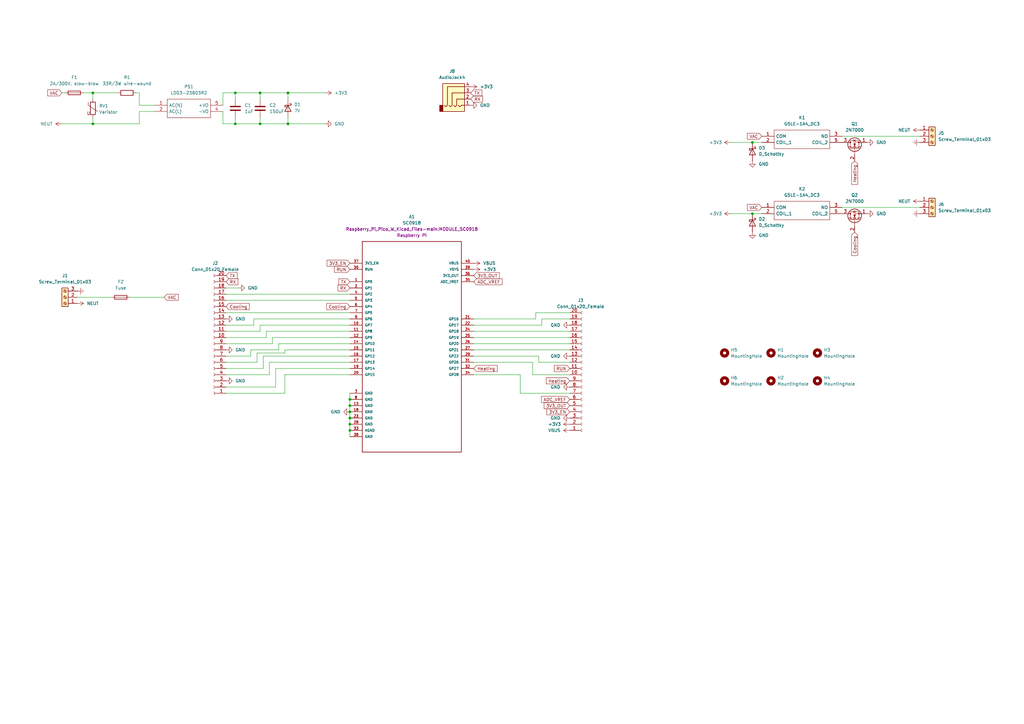
<source format=kicad_sch>
(kicad_sch (version 20211123) (generator eeschema)
  (paper "A3")
  (lib_symbols
    (symbol "54-00174:54-00174"
      (property "Reference" "J" (at 0 8.89 0))
      (property "Value" "54-00174" (at 0 6.35 0))
      (symbol "54-00174_0_1"
        (rectangle (start -6.35 -5.08) (end -7.62 -7.62) (stroke (width 0.254)) (fill (type outline)))
        (polyline (pts (xy 0 -5.08) (xy 0.635 -5.715) (xy 1.27 -5.08) (xy 2.54 -5.08)) (stroke (width 0.254)))
        (polyline (pts (xy -5.715 -5.08) (xy -5.08 -5.715) (xy -4.445 -5.08) (xy -4.445 2.54) (xy 2.54 2.54)) (stroke (width 0.254)))
        (polyline (pts (xy -1.905 -5.08) (xy -1.27 -5.715) (xy -0.635 -5.08) (xy -0.635 -2.54) (xy 2.54 -2.54)) (stroke (width 0.254)))
        (polyline (pts (xy 2.54 0) (xy -2.54 0) (xy -2.54 -5.08) (xy -3.175 -5.715) (xy -3.81 -5.08)) (stroke (width 0.254)))
        (rectangle (start 2.54 3.81) (end -6.35 -7.62) (stroke (width 0.254)) (fill (type background)))
      )
      (symbol "54-00174_1_1"
        (pin passive line (at 5.08 -5.08 180) (length 2.54) (name "~") (number "1"))
        (pin passive line (at 5.08 -2.54 180) (length 2.54) (name "~") (number "2"))
        (pin passive line (at 5.08 0 180) (length 2.54) (name "~") (number "3"))
        (pin passive line (at 5.08 2.54 180) (length 2.54) (name "~") (number "4"))
      )
    )
    (symbol "Connector:Conn_01x20_Female" (pin_names (offset 1.016) hide)
      (property "Reference" "J" (at 0 25.4 0))
      (property "Value" "Conn_01x20_Female" (at 0 -27.94 0))
      (symbol "Conn_01x20_Female_1_1"
        (arc (start 0 -24.892) (mid -0.508 -25.4) (end 0 -25.908) (stroke (width 0.1524)))
        (arc (start 0 -22.352) (mid -0.508 -22.86) (end 0 -23.368) (stroke (width 0.1524)))
        (arc (start 0 -19.812) (mid -0.508 -20.32) (end 0 -20.828) (stroke (width 0.1524)))
        (arc (start 0 -17.272) (mid -0.508 -17.78) (end 0 -18.288) (stroke (width 0.1524)))
        (arc (start 0 -14.732) (mid -0.508 -15.24) (end 0 -15.748) (stroke (width 0.1524)))
        (arc (start 0 -12.192) (mid -0.508 -12.7) (end 0 -13.208) (stroke (width 0.1524)))
        (arc (start 0 -9.652) (mid -0.508 -10.16) (end 0 -10.668) (stroke (width 0.1524)))
        (arc (start 0 -7.112) (mid -0.508 -7.62) (end 0 -8.128) (stroke (width 0.1524)))
        (arc (start 0 -4.572) (mid -0.508 -5.08) (end 0 -5.588) (stroke (width 0.1524)))
        (arc (start 0 -2.032) (mid -0.508 -2.54) (end 0 -3.048) (stroke (width 0.1524)))
        (polyline (pts (xy -1.27 -25.4) (xy -0.508 -25.4)) (stroke (width 0.1524)))
        (polyline (pts (xy -1.27 -22.86) (xy -0.508 -22.86)) (stroke (width 0.1524)))
        (polyline (pts (xy -1.27 -20.32) (xy -0.508 -20.32)) (stroke (width 0.1524)))
        (polyline (pts (xy -1.27 -17.78) (xy -0.508 -17.78)) (stroke (width 0.1524)))
        (polyline (pts (xy -1.27 -15.24) (xy -0.508 -15.24)) (stroke (width 0.1524)))
        (polyline (pts (xy -1.27 -12.7) (xy -0.508 -12.7)) (stroke (width 0.1524)))
        (polyline (pts (xy -1.27 -10.16) (xy -0.508 -10.16)) (stroke (width 0.1524)))
        (polyline (pts (xy -1.27 -7.62) (xy -0.508 -7.62)) (stroke (width 0.1524)))
        (polyline (pts (xy -1.27 -5.08) (xy -0.508 -5.08)) (stroke (width 0.1524)))
        (polyline (pts (xy -1.27 -2.54) (xy -0.508 -2.54)) (stroke (width 0.1524)))
        (polyline (pts (xy -1.27 0) (xy -0.508 0)) (stroke (width 0.1524)))
        (polyline (pts (xy -1.27 2.54) (xy -0.508 2.54)) (stroke (width 0.1524)))
        (polyline (pts (xy -1.27 5.08) (xy -0.508 5.08)) (stroke (width 0.1524)))
        (polyline (pts (xy -1.27 7.62) (xy -0.508 7.62)) (stroke (width 0.1524)))
        (polyline (pts (xy -1.27 10.16) (xy -0.508 10.16)) (stroke (width 0.1524)))
        (polyline (pts (xy -1.27 12.7) (xy -0.508 12.7)) (stroke (width 0.1524)))
        (polyline (pts (xy -1.27 15.24) (xy -0.508 15.24)) (stroke (width 0.1524)))
        (polyline (pts (xy -1.27 17.78) (xy -0.508 17.78)) (stroke (width 0.1524)))
        (polyline (pts (xy -1.27 20.32) (xy -0.508 20.32)) (stroke (width 0.1524)))
        (polyline (pts (xy -1.27 22.86) (xy -0.508 22.86)) (stroke (width 0.1524)))
        (arc (start 0 0.508) (mid -0.508 0) (end 0 -0.508) (stroke (width 0.1524)))
        (arc (start 0 3.048) (mid -0.508 2.54) (end 0 2.032) (stroke (width 0.1524)))
        (arc (start 0 5.588) (mid -0.508 5.08) (end 0 4.572) (stroke (width 0.1524)))
        (arc (start 0 8.128) (mid -0.508 7.62) (end 0 7.112) (stroke (width 0.1524)))
        (arc (start 0 10.668) (mid -0.508 10.16) (end 0 9.652) (stroke (width 0.1524)))
        (arc (start 0 13.208) (mid -0.508 12.7) (end 0 12.192) (stroke (width 0.1524)))
        (arc (start 0 15.748) (mid -0.508 15.24) (end 0 14.732) (stroke (width 0.1524)))
        (arc (start 0 18.288) (mid -0.508 17.78) (end 0 17.272) (stroke (width 0.1524)))
        (arc (start 0 20.828) (mid -0.508 20.32) (end 0 19.812) (stroke (width 0.1524)))
        (arc (start 0 23.368) (mid -0.508 22.86) (end 0 22.352) (stroke (width 0.1524)))
        (pin passive line (at -5.08 22.86 0) (length 3.81) (name "Pin_1") (number "1"))
        (pin passive line (at -5.08 0 0) (length 3.81) (name "Pin_10") (number "10"))
        (pin passive line (at -5.08 -2.54 0) (length 3.81) (name "Pin_11") (number "11"))
        (pin passive line (at -5.08 -5.08 0) (length 3.81) (name "Pin_12") (number "12"))
        (pin passive line (at -5.08 -7.62 0) (length 3.81) (name "Pin_13") (number "13"))
        (pin passive line (at -5.08 -10.16 0) (length 3.81) (name "Pin_14") (number "14"))
        (pin passive line (at -5.08 -12.7 0) (length 3.81) (name "Pin_15") (number "15"))
        (pin passive line (at -5.08 -15.24 0) (length 3.81) (name "Pin_16") (number "16"))
        (pin passive line (at -5.08 -17.78 0) (length 3.81) (name "Pin_17") (number "17"))
        (pin passive line (at -5.08 -20.32 0) (length 3.81) (name "Pin_18") (number "18"))
        (pin passive line (at -5.08 -22.86 0) (length 3.81) (name "Pin_19") (number "19"))
        (pin passive line (at -5.08 20.32 0) (length 3.81) (name "Pin_2") (number "2"))
        (pin passive line (at -5.08 -25.4 0) (length 3.81) (name "Pin_20") (number "20"))
        (pin passive line (at -5.08 17.78 0) (length 3.81) (name "Pin_3") (number "3"))
        (pin passive line (at -5.08 15.24 0) (length 3.81) (name "Pin_4") (number "4"))
        (pin passive line (at -5.08 12.7 0) (length 3.81) (name "Pin_5") (number "5"))
        (pin passive line (at -5.08 10.16 0) (length 3.81) (name "Pin_6") (number "6"))
        (pin passive line (at -5.08 7.62 0) (length 3.81) (name "Pin_7") (number "7"))
        (pin passive line (at -5.08 5.08 0) (length 3.81) (name "Pin_8") (number "8"))
        (pin passive line (at -5.08 2.54 0) (length 3.81) (name "Pin_9") (number "9"))
      )
    )
    (symbol "Connector:Screw_Terminal_01x03" (pin_names (offset 1.016) hide)
      (property "Reference" "J" (at 0 5.08 0))
      (property "Value" "Screw_Terminal_01x03" (at 0 -5.08 0))
      (symbol "Screw_Terminal_01x03_1_1"
        (rectangle (start -1.27 3.81) (end 1.27 -3.81) (stroke (width 0.254)) (fill (type background)))
        (circle (center 0 -2.54) (radius 0.635) (stroke (width 0.1524)))
        (polyline (pts (xy -0.5334 -2.2098) (xy 0.3302 -3.048)) (stroke (width 0.1524)))
        (polyline (pts (xy -0.5334 0.3302) (xy 0.3302 -0.508)) (stroke (width 0.1524)))
        (polyline (pts (xy -0.5334 2.8702) (xy 0.3302 2.032)) (stroke (width 0.1524)))
        (polyline (pts (xy -0.3556 -2.032) (xy 0.508 -2.8702)) (stroke (width 0.1524)))
        (polyline (pts (xy -0.3556 0.508) (xy 0.508 -0.3302)) (stroke (width 0.1524)))
        (polyline (pts (xy -0.3556 3.048) (xy 0.508 2.2098)) (stroke (width 0.1524)))
        (circle (center 0 0) (radius 0.635) (stroke (width 0.1524)))
        (circle (center 0 2.54) (radius 0.635) (stroke (width 0.1524)))
        (pin passive line (at -5.08 2.54 0) (length 3.81) (name "Pin_1") (number "1"))
        (pin passive line (at -5.08 0 0) (length 3.81) (name "Pin_2") (number "2"))
        (pin passive line (at -5.08 -2.54 0) (length 3.81) (name "Pin_3") (number "3"))
      )
    )
    (symbol "Device:C" (pin_numbers hide) (pin_names (offset 0.254))
      (property "Reference" "C" (at 0.635 2.54 0))
      (property "Value" "C" (at 0.635 -2.54 0))
      (symbol "C_0_1"
        (polyline (pts (xy -2.032 -0.762) (xy 2.032 -0.762)) (stroke (width 0.508)))
        (polyline (pts (xy -2.032 0.762) (xy 2.032 0.762)) (stroke (width 0.508)))
      )
      (symbol "C_1_1"
        (pin passive line (at 0 3.81 270) (length 2.794) (name "~") (number "1"))
        (pin passive line (at 0 -3.81 90) (length 2.794) (name "~") (number "2"))
      )
    )
    (symbol "Device:D_Schottky" (pin_numbers hide) (pin_names (offset 1.016) hide)
      (property "Reference" "D" (at 0 2.54 0))
      (property "Value" "D_Schottky" (at 0 -2.54 0))
      (symbol "D_Schottky_0_1"
        (polyline (pts (xy 1.27 0) (xy -1.27 0)))
        (polyline (pts (xy 1.27 1.27) (xy 1.27 -1.27) (xy -1.27 0) (xy 1.27 1.27)) (stroke (width 0.254)))
        (polyline (pts (xy -1.905 0.635) (xy -1.905 1.27) (xy -1.27 1.27) (xy -1.27 -1.27) (xy -0.635 -1.27) (xy -0.635 -0.635)) (stroke (width 0.254)))
      )
      (symbol "D_Schottky_1_1"
        (pin passive line (at -3.81 0 0) (length 2.54) (name "K") (number "1"))
        (pin passive line (at 3.81 0 180) (length 2.54) (name "A") (number "2"))
      )
    )
    (symbol "Device:Fuse" (pin_numbers hide) (pin_names (offset 0))
      (property "Reference" "F" (at 2.032 0 90))
      (property "Value" "Fuse" (at -1.905 0 90))
      (symbol "Fuse_0_1"
        (rectangle (start -0.762 -2.54) (end 0.762 2.54) (stroke (width 0.254)))
        (polyline (pts (xy 0 2.54) (xy 0 -2.54)))
      )
      (symbol "Fuse_1_1"
        (pin passive line (at 0 3.81 270) (length 1.27) (name "~") (number "1"))
        (pin passive line (at 0 -3.81 90) (length 1.27) (name "~") (number "2"))
      )
    )
    (symbol "Device:R" (pin_numbers hide) (pin_names (offset 0))
      (property "Reference" "R" (at 2.032 0 90))
      (property "Value" "R" (at 0 0 90))
      (symbol "R_0_1"
        (rectangle (start -1.016 -2.54) (end 1.016 2.54) (stroke (width 0.254)))
      )
      (symbol "R_1_1"
        (pin passive line (at 0 3.81 270) (length 1.27) (name "~") (number "1"))
        (pin passive line (at 0 -3.81 90) (length 1.27) (name "~") (number "2"))
      )
    )
    (symbol "Device:Varistor" (pin_numbers hide) (pin_names (offset 0))
      (property "Reference" "RV" (at 3.175 0 90))
      (property "Value" "Varistor" (at -3.175 0 90))
      (symbol "Varistor_0_0"
        (text "U" (at -1.778 -2.032 0) (effects (font (size 1.27 1.27))))
      )
      (symbol "Varistor_0_1"
        (rectangle (start -1.016 -2.54) (end 1.016 2.54) (stroke (width 0.254)))
        (polyline (pts (xy -1.905 2.54) (xy -1.905 1.27) (xy 1.905 -1.27)))
      )
      (symbol "Varistor_1_1"
        (pin passive line (at 0 3.81 270) (length 1.27) (name "~") (number "1"))
        (pin passive line (at 0 -3.81 90) (length 1.27) (name "~") (number "2"))
      )
    )
    (symbol "G5LE-1A4_DC3:G5LE-1A4_DC3" (pin_names (offset 0.762))
      (property "Reference" "K" (at 29.21 7.62 0))
      (property "Value" "G5LE-1A4_DC3" (at 29.21 5.08 0))
      (symbol "G5LE-1A4_DC3_0_0"
        (pin passive line (at 0 0 0) (length 5.08) (name "COM") (number "1"))
        (pin passive line (at 0 -2.54 0) (length 5.08) (name "COIL_1") (number "2"))
        (pin passive line (at 33.02 0 180) (length 5.08) (name "NO") (number "3"))
        (pin passive line (at 33.02 -2.54 180) (length 5.08) (name "COIL_2") (number "5"))
      )
      (symbol "G5LE-1A4_DC3_0_1"
        (polyline (pts (xy 5.08 2.54) (xy 27.94 2.54) (xy 27.94 -5.08) (xy 5.08 -5.08) (xy 5.08 2.54)) (stroke (width 0.1524)))
      )
    )
    (symbol "LD03-23B03R2:LD03-23B03R2" (pin_names (offset 0.762))
      (property "Reference" "PS" (at 24.13 7.62 0))
      (property "Value" "LD03-23B03R2" (at 24.13 5.08 0))
      (symbol "LD03-23B03R2_0_0"
        (pin passive line (at 0 0 0) (length 5.08) (name "AC(N)") (number "1"))
        (pin passive line (at 0 -2.54 0) (length 5.08) (name "AC(L)") (number "2"))
        (pin passive line (at 27.94 -2.54 180) (length 5.08) (name "-VO") (number "4"))
        (pin passive line (at 27.94 0 180) (length 5.08) (name "+VO") (number "5"))
      )
      (symbol "LD03-23B03R2_0_1"
        (polyline (pts (xy 5.08 2.54) (xy 22.86 2.54) (xy 22.86 -5.08) (xy 5.08 -5.08) (xy 5.08 2.54)) (stroke (width 0.1524)))
      )
    )
    (symbol "Mechanical:MountingHole" (pin_names (offset 1.016))
      (property "Reference" "H" (at 0 5.08 0))
      (property "Value" "MountingHole" (at 0 3.175 0))
      (symbol "MountingHole_0_1"
        (circle (center 0 0) (radius 1.27) (stroke (width 1.27)))
      )
    )
    (symbol "Raspberry_Pi_Pico_W_SC0918:SC0918" (pin_names (offset 1.016))
      (property "Reference" "A1" (at 0 58.42 0))
      (property "Value" "SC0918" (at 0 55.88 0))
      (property "Footprint" "Raspberry Pi:MODULE_SC0918" (at -12.7 -46.99 0))
      (property "manufacturer" "Raspberry Pi" (at 0 53.34 0))
      (symbol "SC0918_0_0"
        (rectangle (start -20.32 -43.18) (end 20.32 43.18) (stroke (width 0.254)))
        (pin bidirectional line (at -25.4 26.67 0) (length 5.08) (name "GP0") (number "1"))
        (pin bidirectional line (at -25.4 8.89 0) (length 5.08) (name "GP7") (number "10"))
        (pin bidirectional line (at -25.4 6.35 0) (length 5.08) (name "GP8") (number "11"))
        (pin bidirectional line (at -25.4 3.81 0) (length 5.08) (name "GP9") (number "12"))
        (pin power_in line (at -25.4 -24.13 0) (length 5.08) (name "GND") (number "13"))
        (pin bidirectional line (at -25.4 1.27 0) (length 5.08) (name "GP10") (number "14"))
        (pin bidirectional line (at -25.4 -1.27 0) (length 5.08) (name "GP11") (number "15"))
        (pin bidirectional line (at -25.4 -3.81 0) (length 5.08) (name "GP12") (number "16"))
        (pin bidirectional line (at -25.4 -6.35 0) (length 5.08) (name "GP13") (number "17"))
        (pin power_in line (at -25.4 -26.67 0) (length 5.08) (name "GND") (number "18"))
        (pin bidirectional line (at -25.4 -8.89 0) (length 5.08) (name "GP14") (number "19"))
        (pin bidirectional line (at -25.4 24.13 0) (length 5.08) (name "GP1") (number "2"))
        (pin bidirectional line (at -25.4 -11.43 0) (length 5.08) (name "GP15") (number "20"))
        (pin bidirectional line (at 25.4 11.43 180) (length 5.08) (name "GP16") (number "21"))
        (pin bidirectional line (at 25.4 8.89 180) (length 5.08) (name "GP17") (number "22"))
        (pin power_in line (at -25.4 -29.21 0) (length 5.08) (name "GND") (number "23"))
        (pin bidirectional line (at 25.4 6.35 180) (length 5.08) (name "GP18") (number "24"))
        (pin bidirectional line (at 25.4 3.81 180) (length 5.08) (name "GP19") (number "25"))
        (pin bidirectional line (at 25.4 1.27 180) (length 5.08) (name "GP20") (number "26"))
        (pin bidirectional line (at 25.4 -1.27 180) (length 5.08) (name "GP21") (number "27"))
        (pin power_in line (at -25.4 -31.75 0) (length 5.08) (name "GND") (number "28"))
        (pin bidirectional line (at 25.4 -3.81 180) (length 5.08) (name "GP22") (number "29"))
        (pin power_in line (at -25.4 -19.05 0) (length 5.08) (name "GND") (number "3"))
        (pin input line (at -25.4 31.75 0) (length 5.08) (name "RUN") (number "30"))
        (pin bidirectional line (at 25.4 -6.35 180) (length 5.08) (name "GP26") (number "31"))
        (pin bidirectional line (at 25.4 -8.89 180) (length 5.08) (name "GP27") (number "32"))
        (pin power_in line (at -25.4 -34.29 0) (length 5.08) (name "AGND") (number "33"))
        (pin bidirectional line (at 25.4 -11.43 180) (length 5.08) (name "GP28") (number "34"))
        (pin power_in line (at 25.4 26.67 180) (length 5.08) (name "ADC_VREF") (number "35"))
        (pin power_in line (at 25.4 29.21 180) (length 5.08) (name "3V3_OUT") (number "36"))
        (pin input line (at -25.4 34.29 0) (length 5.08) (name "3V3_EN") (number "37"))
        (pin power_in line (at -25.4 -36.83 0) (length 5.08) (name "GND") (number "38"))
        (pin free line (at 25.4 31.75 180) (length 5.08) (name "VSYS") (number "39"))
        (pin bidirectional line (at -25.4 21.59 0) (length 5.08) (name "GP2") (number "4"))
        (pin free line (at 25.4 34.29 180) (length 5.08) (name "VBUS") (number "40"))
        (pin bidirectional line (at -25.4 19.05 0) (length 5.08) (name "GP3") (number "5"))
        (pin bidirectional line (at -25.4 16.51 0) (length 5.08) (name "GP4") (number "6"))
        (pin bidirectional line (at -25.4 13.97 0) (length 5.08) (name "GP5") (number "7"))
        (pin power_in line (at -25.4 -21.59 0) (length 5.08) (name "GND") (number "8"))
        (pin bidirectional line (at -25.4 11.43 0) (length 5.08) (name "GP6") (number "9"))
      )
    )
    (symbol "Transistor_FET:2N7000" (pin_names hide)
      (property "Reference" "Q" (at 5.08 1.905 0))
      (property "Value" "2N7000" (at 5.08 0 0))
      (symbol "2N7000_0_1"
        (polyline (pts (xy 0.254 0) (xy -2.54 0)))
        (polyline (pts (xy 0.254 1.905) (xy 0.254 -1.905)) (stroke (width 0.254)))
        (polyline (pts (xy 0.762 -1.27) (xy 0.762 -2.286)) (stroke (width 0.254)))
        (polyline (pts (xy 0.762 0.508) (xy 0.762 -0.508)) (stroke (width 0.254)))
        (polyline (pts (xy 0.762 2.286) (xy 0.762 1.27)) (stroke (width 0.254)))
        (polyline (pts (xy 2.54 2.54) (xy 2.54 1.778)))
        (polyline (pts (xy 2.54 -2.54) (xy 2.54 0) (xy 0.762 0)))
        (polyline (pts (xy 0.762 -1.778) (xy 3.302 -1.778) (xy 3.302 1.778) (xy 0.762 1.778)))
        (polyline (pts (xy 1.016 0) (xy 2.032 0.381) (xy 2.032 -0.381) (xy 1.016 0)) (fill (type outline)))
        (polyline (pts (xy 2.794 0.508) (xy 2.921 0.381) (xy 3.683 0.381) (xy 3.81 0.254)))
        (polyline (pts (xy 3.302 0.381) (xy 2.921 -0.254) (xy 3.683 -0.254) (xy 3.302 0.381)))
        (circle (center 1.651 0) (radius 2.794) (stroke (width 0.254)))
        (circle (center 2.54 -1.778) (radius 0.254) (fill (type outline)))
        (circle (center 2.54 1.778) (radius 0.254) (fill (type outline)))
      )
      (symbol "2N7000_1_1"
        (pin passive line (at 2.54 -5.08 90) (length 2.54) (name "S") (number "1"))
        (pin input line (at -5.08 0 0) (length 2.54) (name "G") (number "2"))
        (pin passive line (at 2.54 5.08 270) (length 2.54) (name "D") (number "3"))
      )
    )
    (symbol "power:+3V3" (power) (pin_names (offset 0))
      (property "Value" "+3V3" (at 0 3.556 0))
      (symbol "+3V3_0_1"
        (polyline (pts (xy -0.762 1.27) (xy 0 2.54)))
        (polyline (pts (xy 0 0) (xy 0 2.54)))
        (polyline (pts (xy 0 2.54) (xy 0.762 1.27)))
      )
      (symbol "+3V3_1_1"
        (pin power_in line (at 0 0 90) (length 0) hide (name "+3V3") (number "1"))
      )
    )
    (symbol "power:Earth" (power) (pin_names (offset 0))
      (symbol "Earth_0_1"
        (polyline (pts (xy -0.635 -1.905) (xy 0.635 -1.905)))
        (polyline (pts (xy -0.127 -2.54) (xy 0.127 -2.54)))
        (polyline (pts (xy 0 -1.27) (xy 0 0)))
        (polyline (pts (xy 1.27 -1.27) (xy -1.27 -1.27)))
      )
      (symbol "Earth_1_1"
        (pin power_in line (at 0 0 270) (length 0) hide (name "Earth") (number "1"))
      )
    )
    (symbol "power:GND" (power) (pin_names (offset 0))
      (property "Value" "GND" (at 0 -3.81 0))
      (symbol "GND_0_1"
        (polyline (pts (xy 0 0) (xy 0 -1.27) (xy 1.27 -1.27) (xy 0 -2.54) (xy -1.27 -1.27) (xy 0 -1.27)))
      )
      (symbol "GND_1_1"
        (pin power_in line (at 0 0 270) (length 0) hide (name "GND") (number "1"))
      )
    )
    (symbol "power:NEUT" (power) (pin_names (offset 0))
      (property "Value" "NEUT" (at 0 3.81 0))
      (symbol "NEUT_0_1"
        (polyline (pts (xy -0.762 1.27) (xy 0 2.54)))
        (polyline (pts (xy 0 0) (xy 0 2.54)))
        (polyline (pts (xy 0 2.54) (xy 0.762 1.27)))
      )
      (symbol "NEUT_1_1"
        (pin power_in line (at 0 0 90) (length 0) hide (name "NEUT") (number "1"))
      )
    )
    (symbol "power:VBUS" (power) (pin_names (offset 0))
      (property "Value" "VBUS" (at 0 3.81 0))
      (symbol "VBUS_0_1"
        (polyline (pts (xy -0.762 1.27) (xy 0 2.54)))
        (polyline (pts (xy 0 0) (xy 0 2.54)))
        (polyline (pts (xy 0 2.54) (xy 0.762 1.27)))
      )
      (symbol "VBUS_1_1"
        (pin power_in line (at 0 0 90) (length 0) hide (name "VBUS") (number "1"))
      )
    )
  )
  (junction (at 96.52 50.8))
  (junction (at 106.68 38.1))
  (junction (at 143.51 163.83))
  (junction (at 143.51 171.45))
  (junction (at 143.51 168.91))
  (junction (at 143.51 173.99))
  (junction (at 96.52 38.1))
  (junction (at 143.51 166.37))
  (junction (at 118.11 38.1))
  (junction (at 118.11 50.8))
  (junction (at 38.1 38.1))
  (junction (at 143.51 176.53))
  (junction (at 38.1 50.8))
  (junction (at 106.68 50.8))
  (junction (at 308.61 87.63))
  (junction (at 308.61 58.42))
  (wire (pts (xy 106.68 50.8) (xy 118.11 50.8)))
  (wire (pts (xy 116.84 144.78) (xy 105.41 144.78)))
  (wire (pts (xy 96.52 50.8) (xy 106.68 50.8)))
  (wire (pts (xy 45.72 121.92) (xy 31.75 121.92)))
  (wire (pts (xy 92.71 128.27) (xy 143.51 128.27)))
  (wire (pts (xy 143.51 173.99) (xy 143.51 176.53)))
  (wire (pts (xy 63.5 45.72) (xy 57.15 45.72)))
  (wire (pts (xy 213.36 161.29) (xy 233.68 161.29)))
  (wire (pts (xy 143.51 135.89) (xy 109.22 135.89)))
  (wire (pts (xy 106.68 48.26) (xy 106.68 50.8)))
  (wire (pts (xy 92.71 123.19) (xy 143.51 123.19)))
  (wire (pts (xy 25.4 50.8) (xy 38.1 50.8)))
  (wire (pts (xy 218.44 148.59) (xy 218.44 153.67)))
  (wire (pts (xy 194.31 153.67) (xy 213.36 153.67)))
  (wire (pts (xy 220.98 146.05) (xy 220.98 148.59)))
  (wire (pts (xy 194.31 138.43) (xy 233.68 138.43)))
  (wire (pts (xy 105.41 144.78) (xy 105.41 148.59)))
  (wire (pts (xy 143.51 143.51) (xy 116.84 143.51)))
  (wire (pts (xy 55.88 38.1) (xy 57.15 38.1)))
  (wire (pts (xy 34.29 38.1) (xy 38.1 38.1)))
  (wire (pts (xy 118.11 38.1) (xy 118.11 40.64)))
  (wire (pts (xy 118.11 38.1) (xy 133.35 38.1)))
  (wire (pts (xy 91.44 43.18) (xy 91.44 38.1)))
  (wire (pts (xy 92.71 151.13) (xy 107.95 151.13)))
  (wire (pts (xy 91.44 50.8) (xy 96.52 50.8)))
  (wire (pts (xy 143.51 133.35) (xy 106.68 133.35)))
  (wire (pts (xy 143.51 171.45) (xy 143.51 173.99)))
  (wire (pts (xy 143.51 161.29) (xy 143.51 163.83)))
  (wire (pts (xy 194.31 146.05) (xy 220.98 146.05)))
  (wire (pts (xy 143.51 163.83) (xy 143.51 166.37)))
  (wire (pts (xy 143.51 151.13) (xy 113.03 151.13)))
  (wire (pts (xy 222.25 133.35) (xy 222.25 130.81)))
  (wire (pts (xy 308.61 58.42) (xy 312.42 58.42)))
  (wire (pts (xy 222.25 130.81) (xy 233.68 130.81)))
  (wire (pts (xy 113.03 158.75) (xy 92.71 158.75)))
  (wire (pts (xy 143.51 168.91) (xy 143.51 171.45)))
  (wire (pts (xy 57.15 38.1) (xy 57.15 43.18)))
  (wire (pts (xy 113.03 151.13) (xy 113.03 158.75)))
  (wire (pts (xy 114.3 143.51) (xy 102.87 143.51)))
  (wire (pts (xy 143.51 138.43) (xy 111.76 138.43)))
  (wire (pts (xy 143.51 130.81) (xy 104.14 130.81)))
  (wire (pts (xy 299.72 87.63) (xy 308.61 87.63)))
  (wire (pts (xy 96.52 38.1) (xy 106.68 38.1)))
  (wire (pts (xy 219.71 130.81) (xy 219.71 128.27)))
  (wire (pts (xy 116.84 143.51) (xy 116.84 144.78)))
  (wire (pts (xy 143.51 148.59) (xy 110.49 148.59)))
  (wire (pts (xy 91.44 45.72) (xy 91.44 50.8)))
  (wire (pts (xy 110.49 148.59) (xy 110.49 153.67)))
  (wire (pts (xy 91.44 38.1) (xy 96.52 38.1)))
  (wire (pts (xy 345.44 85.09) (xy 377.19 85.09)))
  (wire (pts (xy 67.31 121.92) (xy 53.34 121.92)))
  (wire (pts (xy 143.51 140.97) (xy 114.3 140.97)))
  (wire (pts (xy 96.52 48.26) (xy 96.52 50.8)))
  (wire (pts (xy 92.71 148.59) (xy 105.41 148.59)))
  (wire (pts (xy 116.84 153.67) (xy 143.51 153.67)))
  (wire (pts (xy 109.22 138.43) (xy 92.71 138.43)))
  (wire (pts (xy 96.52 38.1) (xy 96.52 40.64)))
  (wire (pts (xy 102.87 146.05) (xy 92.71 146.05)))
  (wire (pts (xy 143.51 176.53) (xy 143.51 179.07)))
  (wire (pts (xy 218.44 153.67) (xy 233.68 153.67)))
  (wire (pts (xy 104.14 130.81) (xy 104.14 133.35)))
  (wire (pts (xy 194.31 130.81) (xy 219.71 130.81)))
  (wire (pts (xy 107.95 146.05) (xy 107.95 151.13)))
  (wire (pts (xy 63.5 43.18) (xy 57.15 43.18)))
  (wire (pts (xy 38.1 48.26) (xy 38.1 50.8)))
  (wire (pts (xy 57.15 45.72) (xy 57.15 50.8)))
  (wire (pts (xy 116.84 161.29) (xy 116.84 153.67)))
  (wire (pts (xy 92.71 120.65) (xy 143.51 120.65)))
  (wire (pts (xy 111.76 140.97) (xy 92.71 140.97)))
  (wire (pts (xy 219.71 128.27) (xy 233.68 128.27)))
  (wire (pts (xy 92.71 153.67) (xy 110.49 153.67)))
  (wire (pts (xy 104.14 133.35) (xy 92.71 133.35)))
  (wire (pts (xy 308.61 87.63) (xy 312.42 87.63)))
  (wire (pts (xy 106.68 133.35) (xy 106.68 135.89)))
  (wire (pts (xy 38.1 38.1) (xy 48.26 38.1)))
  (wire (pts (xy 143.51 146.05) (xy 107.95 146.05)))
  (wire (pts (xy 92.71 118.11) (xy 97.79 118.11)))
  (wire (pts (xy 25.4 38.1) (xy 26.67 38.1)))
  (wire (pts (xy 345.44 55.88) (xy 377.19 55.88)))
  (wire (pts (xy 194.31 133.35) (xy 222.25 133.35)))
  (wire (pts (xy 38.1 50.8) (xy 57.15 50.8)))
  (wire (pts (xy 109.22 135.89) (xy 109.22 138.43)))
  (wire (pts (xy 38.1 38.1) (xy 38.1 40.64)))
  (wire (pts (xy 143.51 166.37) (xy 143.51 168.91)))
  (wire (pts (xy 114.3 140.97) (xy 114.3 143.51)))
  (wire (pts (xy 220.98 148.59) (xy 233.68 148.59)))
  (wire (pts (xy 102.87 143.51) (xy 102.87 146.05)))
  (wire (pts (xy 194.31 148.59) (xy 218.44 148.59)))
  (wire (pts (xy 106.68 38.1) (xy 106.68 40.64)))
  (wire (pts (xy 194.31 140.97) (xy 233.68 140.97)))
  (wire (pts (xy 118.11 48.26) (xy 118.11 50.8)))
  (wire (pts (xy 106.68 38.1) (xy 118.11 38.1)))
  (wire (pts (xy 92.71 161.29) (xy 116.84 161.29)))
  (wire (pts (xy 299.72 58.42) (xy 308.61 58.42)))
  (wire (pts (xy 194.31 135.89) (xy 233.68 135.89)))
  (wire (pts (xy 118.11 50.8) (xy 133.35 50.8)))
  (wire (pts (xy 111.76 138.43) (xy 111.76 140.97)))
  (wire (pts (xy 194.31 143.51) (xy 233.68 143.51)))
  (wire (pts (xy 106.68 135.89) (xy 92.71 135.89)))
  (wire (pts (xy 213.36 153.67) (xy 213.36 161.29)))
  (global_label "Heating" (shape input) (at 233.68 156.21 180) (property "Intersheet References" "${INTERSHEET_REFS}" (effects hide)))
  (global_label "RUN" (shape input) (at 143.51 110.49 180) (property "Intersheet References" "${INTERSHEET_REFS}" (effects hide)))
  (global_label "Cooling" (shape input) (at 92.71 125.73 0) (property "Intersheet References" "${INTERSHEET_REFS}" (effects hide)))
  (global_label "RUN" (shape input) (at 233.68 151.13 180) (property "Intersheet References" "${INTERSHEET_REFS}" (effects hide)))
  (global_label "Heating" (shape input) (at 350.52 66.04 270) (property "Intersheet References" "${INTERSHEET_REFS}" (effects hide)))
  (global_label "Cooling" (shape input) (at 350.52 95.25 270) (property "Intersheet References" "${INTERSHEET_REFS}" (effects hide)))
  (global_label "VAC" (shape input) (at 25.4 38.1 180) (property "Intersheet References" "${INTERSHEET_REFS}" (effects hide)))
  (global_label "ADC_VREF" (shape input) (at 194.31 115.57 0) (property "Intersheet References" "${INTERSHEET_REFS}" (effects hide)))
  (global_label "3V3_EN" (shape input) (at 233.68 168.91 180) (property "Intersheet References" "${INTERSHEET_REFS}" (effects hide)))
  (global_label "RX" (shape input) (at 193.04 40.64 0) (property "Intersheet References" "${INTERSHEET_REFS}" (effects hide)))
  (global_label "ADC_VREF" (shape input) (at 233.68 163.83 180) (property "Intersheet References" "${INTERSHEET_REFS}" (effects hide)))
  (global_label "3V3_OUT" (shape input) (at 233.68 166.37 180) (property "Intersheet References" "${INTERSHEET_REFS}" (effects hide)))
  (global_label "3V3_EN" (shape input) (at 143.51 107.95 180) (property "Intersheet References" "${INTERSHEET_REFS}" (effects hide)))
  (global_label "Cooling" (shape input) (at 143.51 125.73 180) (property "Intersheet References" "${INTERSHEET_REFS}" (effects hide)))
  (global_label "VAC" (shape input) (at 67.31 121.92 0) (property "Intersheet References" "${INTERSHEET_REFS}" (effects hide)))
  (global_label "VAC" (shape input) (at 312.42 85.09 180) (property "Intersheet References" "${INTERSHEET_REFS}" (effects hide)))
  (global_label "VAC" (shape input) (at 312.42 55.88 180) (property "Intersheet References" "${INTERSHEET_REFS}" (effects hide)))
  (global_label "TX" (shape input) (at 193.04 38.1 0) (property "Intersheet References" "${INTERSHEET_REFS}" (effects hide)))
  (global_label "RX" (shape input) (at 143.51 118.11 180) (property "Intersheet References" "${INTERSHEET_REFS}" (effects hide)))
  (global_label "TX" (shape input) (at 143.51 115.57 180) (property "Intersheet References" "${INTERSHEET_REFS}" (effects hide)))
  (global_label "Heating" (shape input) (at 194.31 151.13 0) (property "Intersheet References" "${INTERSHEET_REFS}" (effects hide)))
  (global_label "RX" (shape input) (at 92.71 115.57 0) (property "Intersheet References" "${INTERSHEET_REFS}" (effects hide)))
  (global_label "TX" (shape input) (at 92.71 113.03 0) (property "Intersheet References" "${INTERSHEET_REFS}" (effects hide)))
  (global_label "3V3_OUT" (shape input) (at 194.31 113.03 0) (property "Intersheet References" "${INTERSHEET_REFS}" (effects hide)))
  (symbol (lib_id "Mechanical:MountingHole") (at 316.23 144.78 0) (unit 1)
    (property "Reference" "H1" (at 318.77 143.5099 0) (effects (justify left)))
    (property "Value" "MountingHole" (at 318.77 146.0499 0) (effects (justify left)))
    (property "Footprint" "MountingHole:MountingHole_3mm" (effects hide))
  )
  (symbol (lib_id "power:+3V3") (at 193.04 35.56 270) (unit 1)
    (property "Reference" "#PWR0131" (effects hide))
    (property "Value" "+3V3" (at 196.85 35.5599 90) (effects (justify left)))
  )
  (symbol (lib_id "power:GND") (at 308.61 95.25 0) (unit 1)
    (property "Reference" "#PWR0122" (effects hide))
    (property "Value" "GND" (at 311.15 96.5199 0) (effects (justify left)))
  )
  (symbol (lib_id "G5LE-1A4_DC3:G5LE-1A4_DC3") (at 312.42 55.88 0) (unit 1)
    (property "Reference" "K1" (at 328.93 48.26 0))
    (property "Value" "G5LE-1A4_DC3" (at 328.93 50.8 0))
    (property "Footprint" "KiCad1:G5LE1A4DC3" (effects hide))
    (property "Datasheet" "http://www.omron.com/ecb/products/pdf/en-g5le.pdf" (effects hide))
    (property "Description" "General Purpose Relays Power PCB Relay" (effects hide))
    (property "Height" "19" (effects hide))
    (property "Manufacturer_Name" "Omron Electronics" (effects hide))
    (property "Manufacturer_Part_Number" "G5LE-1A4 DC3" (effects hide))
    (property "Mouser Part Number" "653-G5LE-1A4DC3" (effects hide))
    (property "Mouser Price/Stock" "https://www.mouser.co.uk/ProductDetail/Omron-Electronics/G5LE-1A4-DC3?qs=wkx8pu8tL7IvWkjKUXxpCQ%3D%3D" (effects hide))
  )
  (symbol (lib_id "54-00174:54-00174") (at 187.96 38.1 0) (unit 1)
    (property "Reference" "J8" (at 185.42 29.21 0))
    (property "Value" "AudioJack4" (at 185.42 31.75 0))
    (property "Footprint" "54-00174:54-00174_JACK" (effects hide))
  )
  (symbol (lib_id "Mechanical:MountingHole") (at 297.18 156.21 0) (unit 1)
    (property "Reference" "H6" (at 299.72 154.9399 0) (effects (justify left)))
    (property "Value" "MountingHole" (at 299.72 157.4799 0) (effects (justify left)))
    (property "Footprint" "MountingHole:MountingHole_3mm" (effects hide))
  )
  (symbol (lib_id "power:GND") (at 308.61 66.04 0) (unit 1)
    (property "Reference" "#PWR0124" (effects hide))
    (property "Value" "GND" (at 311.15 67.3099 0) (effects (justify left)))
  )
  (symbol (lib_id "Device:R") (at 52.07 38.1 270) (mirror x) (unit 1)
    (property "Reference" "R1" (at 52.07 31.75 90))
    (property "Value" "33R/3W wire-wound" (at 52.07 34.29 90))
    (property "Footprint" "AC03000003309JACCS:AC03000003309JACCS" (effects hide))
  )
  (symbol (lib_id "Device:Fuse") (at 30.48 38.1 90) (unit 1)
    (property "Reference" "F1" (at 30.48 31.75 90))
    (property "Value" "2A/300V, slow-blow" (at 30.48 34.29 90))
    (property "Footprint" "KiCad4:38312000000" (effects hide))
  )
  (symbol (lib_id "power:Earth") (at 377.19 58.42 270) (unit 1)
    (property "Reference" "#PWR0128" (effects hide))
    (property "Value" "Earth" (effects hide))
  )
  (symbol (lib_id "power:VBUS") (at 233.68 176.53 90) (unit 1)
    (property "Reference" "#PWR0121" (effects hide))
    (property "Value" "VBUS" (at 224.79 176.53 90) (effects (justify right)))
  )
  (symbol (lib_id "Device:Fuse") (at 49.53 121.92 90) (unit 1)
    (property "Reference" "F2" (at 49.53 115.57 90))
    (property "Value" "Fuse" (at 49.53 118.11 90))
    (property "Footprint" "KiCad7:696105003002" (effects hide))
  )
  (symbol (lib_id "Device:D_Schottky") (at 308.61 62.23 270) (unit 1)
    (property "Reference" "D3" (at 311.15 60.6424 90) (effects (justify left)))
    (property "Value" "D_Schottky" (at 311.15 63.1824 90) (effects (justify left)))
    (property "Footprint" "LIB_STPS3L60QRL:DIOAD1300W80L670D310" (effects hide))
  )
  (symbol (lib_id "power:GND") (at 233.68 158.75 270) (unit 1)
    (property "Reference" "#PWR0111" (effects hide))
    (property "Value" "GND" (at 229.87 158.7499 90) (effects (justify right)))
  )
  (symbol (lib_id "power:GND") (at 133.35 50.8 90) (unit 1)
    (property "Reference" "#PWR0101" (effects hide))
    (property "Value" "GND" (at 137.16 50.7999 90) (effects (justify right)))
  )
  (symbol (lib_id "power:NEUT") (at 25.4 50.8 90) (unit 1)
    (property "Reference" "#PWR0116" (effects hide))
    (property "Value" "NEUT" (at 21.59 50.7999 90) (effects (justify left)))
  )
  (symbol (lib_id "power:+3V3") (at 299.72 87.63 90) (unit 1)
    (property "Reference" "#PWR0123" (effects hide))
    (property "Value" "+3V3" (at 290.83 87.63 90) (effects (justify right)))
  )
  (symbol (lib_id "G5LE-1A4_DC3:G5LE-1A4_DC3") (at 312.42 85.09 0) (unit 1)
    (property "Reference" "K2" (at 328.93 77.47 0))
    (property "Value" "G5LE-1A4_DC3" (at 328.93 80.01 0))
    (property "Footprint" "KiCad1:G5LE1A4DC3" (effects hide))
    (property "Datasheet" "http://www.omron.com/ecb/products/pdf/en-g5le.pdf" (effects hide))
    (property "Description" "General Purpose Relays Power PCB Relay" (effects hide))
    (property "Height" "19" (effects hide))
    (property "Manufacturer_Name" "Omron Electronics" (effects hide))
    (property "Manufacturer_Part_Number" "G5LE-1A4 DC3" (effects hide))
    (property "Mouser Part Number" "653-G5LE-1A4DC3" (effects hide))
    (property "Mouser Price/Stock" "https://www.mouser.co.uk/ProductDetail/Omron-Electronics/G5LE-1A4-DC3?qs=wkx8pu8tL7IvWkjKUXxpCQ%3D%3D" (effects hide))
  )
  (symbol (lib_id "power:NEUT") (at 377.19 53.34 90) (unit 1)
    (property "Reference" "#PWR0104" (effects hide))
    (property "Value" "NEUT" (at 373.38 53.3399 90) (effects (justify left)))
  )
  (symbol (lib_id "Transistor_FET:2N7000") (at 350.52 60.96 90) (unit 1)
    (property "Reference" "Q1" (at 350.52 50.8 90))
    (property "Value" "2N7000" (at 350.52 53.34 90))
    (property "Footprint" "KiCad5:BS270" (effects hide))
    (property "Datasheet" "https://www.onsemi.com/pub/Collateral/NDS7002A-D.PDF" (effects hide))
  )
  (symbol (lib_id "Device:D_Schottky") (at 118.11 44.45 270) (unit 1)
    (property "Reference" "D1" (at 120.65 42.8624 90) (effects (justify left)))
    (property "Value" "7V" (at 120.65 45.4024 90) (effects (justify left)))
    (property "Footprint" "SA7:SA7.0A-E3_54" (effects hide))
  )
  (symbol (lib_id "Mechanical:MountingHole") (at 316.23 156.21 0) (unit 1)
    (property "Reference" "H2" (at 318.77 154.9399 0) (effects (justify left)))
    (property "Value" "MountingHole" (at 318.77 157.4799 0) (effects (justify left)))
    (property "Footprint" "MountingHole:MountingHole_3mm" (effects hide))
  )
  (symbol (lib_id "power:GND") (at 233.68 171.45 270) (unit 1)
    (property "Reference" "#PWR0118" (effects hide))
    (property "Value" "GND" (at 229.87 171.4499 90) (effects (justify right)))
  )
  (symbol (lib_id "power:+3V3") (at 194.31 110.49 270) (unit 1)
    (property "Reference" "#PWR0110" (effects hide))
    (property "Value" "+3V3" (at 198.12 110.4899 90) (effects (justify left)))
  )
  (symbol (lib_id "power:GND") (at 92.71 130.81 90) (unit 1)
    (property "Reference" "#PWR0105" (effects hide))
    (property "Value" "GND" (at 96.52 130.8099 90) (effects (justify right)))
  )
  (symbol (lib_id "power:GND") (at 193.04 43.18 90) (unit 1)
    (property "Reference" "#PWR0132" (effects hide))
    (property "Value" "GND" (at 196.85 43.1799 90) (effects (justify right)))
  )
  (symbol (lib_id "power:VBUS") (at 194.31 107.95 270) (unit 1)
    (property "Reference" "#PWR0120" (effects hide))
    (property "Value" "VBUS" (at 198.12 107.9499 90) (effects (justify left)))
  )
  (symbol (lib_id "Mechanical:MountingHole") (at 335.28 144.78 0) (unit 1)
    (property "Reference" "H3" (at 337.82 143.5099 0) (effects (justify left)))
    (property "Value" "MountingHole" (at 337.82 146.0499 0) (effects (justify left)))
    (property "Footprint" "MountingHole:MountingHole_3mm" (effects hide))
  )
  (symbol (lib_id "power:NEUT") (at 377.19 82.55 90) (unit 1)
    (property "Reference" "#PWR0103" (effects hide))
    (property "Value" "NEUT" (at 373.38 82.5499 90) (effects (justify left)))
  )
  (symbol (lib_id "power:Earth") (at 377.19 87.63 270) (unit 1)
    (property "Reference" "#PWR0127" (effects hide))
    (property "Value" "Earth" (effects hide))
  )
  (symbol (lib_id "Device:C") (at 96.52 44.45 0) (unit 1)
    (property "Reference" "C1" (at 100.33 43.1799 0) (effects (justify left)))
    (property "Value" "1uF" (at 100.33 45.7199 0) (effects (justify left)))
    (property "Footprint" "Capacitor_THT:C_Disc_D5.0mm_W2.5mm_P2.50mm" (effects hide))
  )
  (symbol (lib_id "power:+3V3") (at 299.72 58.42 90) (unit 1)
    (property "Reference" "#PWR0125" (effects hide))
    (property "Value" "+3V3" (at 290.83 58.42 90) (effects (justify right)))
  )
  (symbol (lib_id "power:NEUT") (at 31.75 124.46 270) (unit 1)
    (property "Reference" "#PWR0117" (effects hide))
    (property "Value" "NEUT" (at 35.56 124.4599 90) (effects (justify left)))
  )
  (symbol (lib_id "Device:C") (at 106.68 44.45 0) (unit 1)
    (property "Reference" "C2" (at 110.49 43.1799 0) (effects (justify left)))
    (property "Value" "150uF" (at 110.49 45.7199 0) (effects (justify left)))
    (property "Footprint" "Capacitor_THT:CP_Radial_D6.3mm_P2.50mm" (effects hide))
  )
  (symbol (lib_id "Connector:Screw_Terminal_01x03") (at 382.27 55.88 0) (unit 1)
    (property "Reference" "J5" (at 384.81 54.6099 0) (effects (justify left)))
    (property "Value" "Screw_Terminal_01x03" (at 384.81 57.1499 0) (effects (justify left)))
    (property "Footprint" "KiCad2:1760520000" (effects hide))
  )
  (symbol (lib_id "Connector:Screw_Terminal_01x03") (at 382.27 85.09 0) (unit 1)
    (property "Reference" "J6" (at 384.81 83.8199 0) (effects (justify left)))
    (property "Value" "Screw_Terminal_01x03" (at 384.81 86.3599 0) (effects (justify left)))
    (property "Footprint" "KiCad2:1760520000" (effects hide))
  )
  (symbol (lib_id "power:+3V3") (at 133.35 38.1 270) (unit 1)
    (property "Reference" "#PWR0102" (effects hide))
    (property "Value" "+3V3" (at 137.16 38.0999 90) (effects (justify left)))
  )
  (symbol (lib_id "power:GND") (at 355.6 87.63 90) (unit 1)
    (property "Reference" "#PWR0115" (effects hide))
    (property "Value" "GND" (at 359.41 87.6299 90) (effects (justify right)))
  )
  (symbol (lib_id "Mechanical:MountingHole") (at 335.28 156.21 0) (unit 1)
    (property "Reference" "H4" (at 337.82 154.9399 0) (effects (justify left)))
    (property "Value" "MountingHole" (at 337.82 157.4799 0) (effects (justify left)))
    (property "Footprint" "MountingHole:MountingHole_3mm" (effects hide))
  )
  (symbol (lib_id "Device:D_Schottky") (at 308.61 91.44 270) (unit 1)
    (property "Reference" "D2" (at 311.15 89.8524 90) (effects (justify left)))
    (property "Value" "D_Schottky" (at 311.15 92.3924 90) (effects (justify left)))
    (property "Footprint" "LIB_STPS3L60QRL:DIOAD1300W80L670D310" (effects hide))
  )
  (symbol (lib_id "Device:Varistor") (at 38.1 44.45 0) (unit 1)
    (property "Reference" "RV1" (at 40.64 43.4331 0) (effects (justify left)))
    (property "Value" "Varistor" (at 40.64 45.9731 0) (effects (justify left)))
    (property "Footprint" "KiCad3:B72214P2351K101" (effects hide))
  )
  (symbol (lib_id "power:GND") (at 233.68 146.05 270) (unit 1)
    (property "Reference" "#PWR0113" (effects hide))
    (property "Value" "GND" (at 229.87 146.0499 90) (effects (justify right)))
  )
  (symbol (lib_id "LD03-23B03R2:LD03-23B03R2") (at 63.5 43.18 0) (unit 1)
    (property "Reference" "PS1" (at 77.47 35.56 0))
    (property "Value" "LD03-23B03R2" (at 77.47 38.1 0))
    (property "Footprint" "KiCad:LD0323B03R2" (effects hide))
    (property "Datasheet" "https://www.mornsun-power.com/html/pdf/LD03-23B03R2.html" (effects hide))
    (property "Description" "Enclosed AC DC Converters 1 Uitgang 3.3V - - - 900mA 85 ~{} 305 VAC, 100 ~{} 430 VDC Input" (effects hide))
    (property "Height" "18.1" (effects hide))
    (property "Manufacturer_Name" "Mornsun Power" (effects hide))
    (property "Manufacturer_Part_Number" "LD03-23B03R2" (effects hide))
  )
  (symbol (lib_id "power:GND") (at 233.68 133.35 270) (unit 1)
    (property "Reference" "#PWR0112" (effects hide))
    (property "Value" "GND" (at 229.87 133.3499 90) (effects (justify right)))
  )
  (symbol (lib_id "Mechanical:MountingHole") (at 297.18 144.78 0) (unit 1)
    (property "Reference" "H5" (at 299.72 143.5099 0) (effects (justify left)))
    (property "Value" "MountingHole" (at 299.72 146.0499 0) (effects (justify left)))
    (property "Footprint" "MountingHole:MountingHole_3mm" (effects hide))
  )
  (symbol (lib_id "Connector:Screw_Terminal_01x03") (at 26.67 121.92 180) (unit 1)
    (property "Reference" "J1" (at 26.67 113.03 0))
    (property "Value" "Screw_Terminal_01x03" (at 26.67 115.57 0))
    (property "Footprint" "KiCad2:1760520000" (effects hide))
  )
  (symbol (lib_id "Raspberry_Pi_Pico_W_SC0918:SC0918") (at 168.91 142.24 0) (unit 1)
    (property "Reference" "A1" (at 168.91 88.9 0))
    (property "Value" "SC0918" (at 168.91 91.44 0))
    (property "Footprint" "Raspberry_Pi_Pico_W_Kicad_Files-main:MODULE_SC0918" (at 168.91 93.98 0))
    (property "Datasheet" "https://datasheets.raspberrypi.com/picow/pico-w-datasheet.pdf" (effects hide))
    (property "manufacturer" "Raspberry Pi" (at 168.91 96.52 0))
    (property "P/N" "SC0918" (effects hide))
    (property "PARTREV" "1.6" (effects hide))
    (property "MAXIMUM_PACKAGE_HEIGHT" "3.73mm" (effects hide))
  )
  (symbol (lib_id "power:+3V3") (at 233.68 173.99 90) (unit 1)
    (property "Reference" "#PWR0119" (effects hide))
    (property "Value" "+3V3" (at 224.79 173.99 90) (effects (justify right)))
  )
  (symbol (lib_id "power:GND") (at 97.79 118.11 90) (unit 1)
    (property "Reference" "#PWR0108" (effects hide))
    (property "Value" "GND" (at 101.6 118.1099 90) (effects (justify right)))
  )
  (symbol (lib_id "power:GND") (at 92.71 143.51 90) (unit 1)
    (property "Reference" "#PWR0106" (effects hide))
    (property "Value" "GND" (at 96.52 143.5099 90) (effects (justify right)))
  )
  (symbol (lib_id "power:GND") (at 355.6 58.42 90) (unit 1)
    (property "Reference" "#PWR0114" (effects hide))
    (property "Value" "GND" (at 359.41 58.4199 90) (effects (justify right)))
  )
  (symbol (lib_id "Connector:Conn_01x20_Female") (at 87.63 138.43 180) (unit 1)
    (property "Reference" "J2" (at 88.265 107.95 0))
    (property "Value" "Conn_01x20_Female" (at 88.265 110.49 0))
    (property "Footprint" "Connector_PinHeader_2.54mm:PinHeader_1x20_P2.54mm_Vertical" (effects hide))
  )
  (symbol (lib_id "power:GND") (at 92.71 156.21 90) (unit 1)
    (property "Reference" "#PWR0107" (effects hide))
    (property "Value" "GND" (at 96.52 156.2099 90) (effects (justify right)))
  )
  (symbol (lib_id "Transistor_FET:2N7000") (at 350.52 90.17 90) (unit 1)
    (property "Reference" "Q2" (at 350.52 80.01 90))
    (property "Value" "2N7000" (at 350.52 82.55 90))
    (property "Footprint" "KiCad5:BS270" (effects hide))
    (property "Datasheet" "https://www.onsemi.com/pub/Collateral/NDS7002A-D.PDF" (effects hide))
  )
  (symbol (lib_id "Connector:Conn_01x20_Female") (at 238.76 153.67 0) (mirror x) (unit 1)
    (property "Reference" "J3" (at 238.125 123.19 0))
    (property "Value" "Conn_01x20_Female" (at 238.125 125.73 0))
    (property "Footprint" "Connector_PinHeader_2.54mm:PinHeader_1x20_P2.54mm_Vertical" (effects hide))
  )
  (symbol (lib_id "power:Earth") (at 31.75 119.38 90) (unit 1)
    (property "Reference" "#PWR0126" (effects hide))
    (property "Value" "Earth" (effects hide))
  )
  (symbol (lib_id "power:GND") (at 143.51 168.91 270) (unit 1)
    (property "Reference" "#PWR0109" (effects hide))
    (property "Value" "GND" (at 139.7 168.9099 90) (effects (justify right)))
  )
)
</source>
